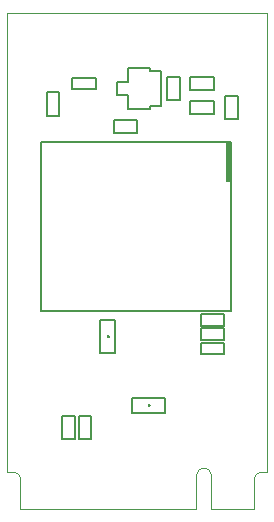
<source format=gm1>
G04*
G04 #@! TF.GenerationSoftware,Altium Limited,Altium Designer,21.6.4 (81)*
G04*
G04 Layer_Color=16711935*
%FSLAX25Y25*%
%MOIN*%
G70*
G04*
G04 #@! TF.SameCoordinates,6F8CC7CC-E5A1-43EC-881E-7175B0140384*
G04*
G04*
G04 #@! TF.FilePolarity,Positive*
G04*
G01*
G75*
%ADD11C,0.00700*%
%ADD14C,0.00300*%
%ADD15C,0.00600*%
%ADD20R,0.00397X0.00272*%
%ADD21R,0.00272X0.00397*%
%ADD72C,0.00400*%
%ADD73R,0.01772X0.13681*%
G54D11*
X11319Y65847D02*
X74508D01*
X11319Y122343D02*
X74508D01*
X11319Y65847D02*
Y122343D01*
X74508Y65847D02*
Y122343D01*
X31116Y51996D02*
Y62996D01*
Y51996D02*
X36116D01*
Y62996D01*
X31116D02*
X36116D01*
X61061Y135958D02*
X68861D01*
X61061Y131758D02*
Y135958D01*
Y131758D02*
X68861D01*
Y135958D01*
X52744Y32146D02*
Y37146D01*
X41744Y32146D02*
X52744D01*
X41744D02*
Y37146D01*
X52744D01*
X21690Y139832D02*
X29491D01*
Y143632D01*
X21690D02*
X29491D01*
X21690Y139832D02*
Y143632D01*
X64604Y61092D02*
X72404D01*
Y64892D01*
X64604D02*
X72404D01*
X64604Y61092D02*
Y64892D01*
Y56368D02*
X72404D01*
Y60168D01*
X64604D02*
X72404D01*
X64604Y56368D02*
Y60168D01*
Y51643D02*
X72404D01*
Y55443D01*
X64604D02*
X72404D01*
X64604Y51643D02*
Y55443D01*
X17254Y131139D02*
Y138939D01*
X13454D02*
X17254D01*
X13454Y131139D02*
Y138939D01*
Y131139D02*
X17254D01*
X35470Y125459D02*
X43270D01*
Y129659D01*
X35470D02*
X43270D01*
X35470Y125459D02*
Y129659D01*
X28084Y23265D02*
Y31065D01*
X23884D02*
X28084D01*
X23884Y23265D02*
Y31065D01*
Y23265D02*
X28084D01*
X22572D02*
Y31065D01*
X18372D02*
X22572D01*
X18372Y23265D02*
Y31065D01*
Y23265D02*
X22572D01*
X76903Y129958D02*
Y137758D01*
X72703D02*
X76903D01*
X72703Y129958D02*
Y137758D01*
Y129958D02*
X76903D01*
X53412Y136258D02*
Y144058D01*
Y136258D02*
X57612D01*
Y144058D01*
X53412D02*
X57612D01*
X61061Y139632D02*
X68861D01*
Y143832D01*
X61061D02*
X68861D01*
X61061Y139632D02*
Y143832D01*
G54D14*
X33591Y57821D02*
X34041Y57371D01*
X33141D02*
X33591Y57821D01*
X33141Y57371D02*
X34041D01*
X47119Y34221D02*
Y35121D01*
X47569Y34671D01*
X47119Y34221D02*
X47569Y34671D01*
G54D15*
X40207Y133257D02*
X47708D01*
X40207Y142257D02*
Y147057D01*
X47708Y133257D02*
Y134455D01*
X51257D01*
X40207Y133257D02*
Y138057D01*
X36658Y142257D02*
X40207D01*
X36658Y138057D02*
X40207D01*
Y147057D02*
X47708D01*
X51257Y134455D02*
Y145860D01*
X36658Y138057D02*
Y142257D01*
X47708Y145860D02*
X51257D01*
X47708D02*
Y147057D01*
G54D20*
X33608Y57506D02*
D03*
G54D21*
X47254Y34655D02*
D03*
G54D72*
X67815Y11417D02*
X67581Y12442D01*
X66926Y13264D01*
X65978Y13720D01*
X64927D01*
X63980Y13264D01*
X63324Y12442D01*
X63090Y11417D01*
X4232Y10433D02*
X3969Y11417D01*
X3248Y12138D01*
X2264Y12402D01*
X84350D02*
X83366Y12138D01*
X82646Y11417D01*
X82382Y10433D01*
X67815Y0D02*
X82382D01*
X4232D02*
X63090D01*
X67815D02*
Y11417D01*
X63090Y0D02*
Y11417D01*
X-0Y165354D02*
X86614D01*
X-0D02*
X0Y12402D01*
X86614Y165354D02*
X86614Y12402D01*
X84350D02*
X86614D01*
X0D02*
X2264D01*
X4232Y0D02*
Y10433D01*
X82382Y0D02*
Y10433D01*
G54D73*
X73622Y115502D02*
D03*
M02*

</source>
